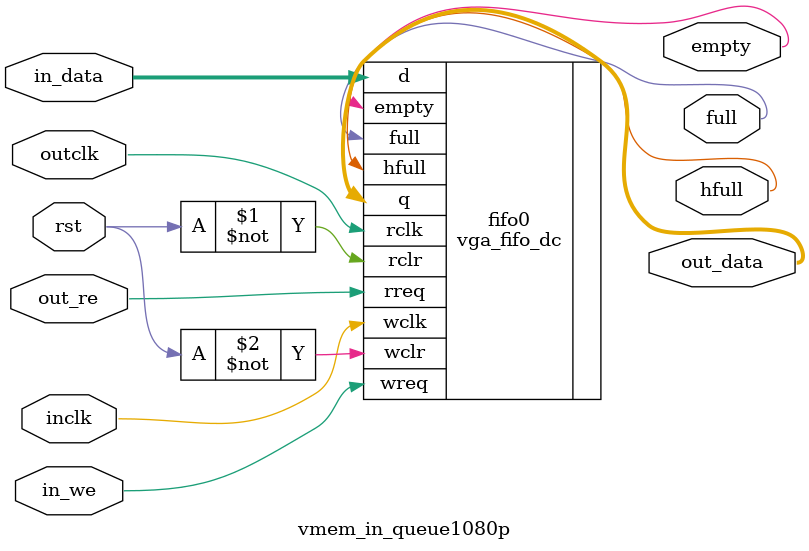
<source format=v>
module vga1080p   (input  clk,      // system clock (100-150mhz)
                   input 	     rst,
                   input [1:0] 	     bufid,
                
                   input 	     clk_vga, // vga pixel clock (148.50MHz)
                
                   output reg [27:0] vbuf_address,
                   output reg [7:0]  vbuf_burstcount,
                   input 	     vbuf_waitrequest,
                   input [127:0]     vbuf_readdata,
                   input 	     vbuf_readdatavalid,
                   output reg 	     vbuf_read,

                   output 	     scan,

                   output [7:0]      LED,
              
              // VGA pins
                   output 	     hsync,
                   output 	     vsync,
                   output 	     dataenable,
                   output [23:0]     rgb // 8bit colour RGB
                );

   // vbuf memory port is 128 bit wide, with an up to 64x burst
   wire [27:0]                vbuf_start;
   assign vbuf_start = {6'b10, bufid, 19'h0};
   
   wire [27:0]                vbuf_address_next;
   reg [27:0]                 vbuf_offset;
   parameter BURST = 16;
   parameter VMEM_END = ((1920 * 1080 * 3) / 16) - BURST; // 128bit-aligned

   reg [27:0] 		      vbuf_readoffset;
   
   
   
   assign vbuf_address_next = vbuf_start + vbuf_offset;
   // vbuf bus is Avalon, so reading sequence is following:
   // 1. Set vbuf_address to a start of a burst, set burstcount and
   //    vbuf_read.
   // 2. Wait for vbuf_waitrequest to be deasserted, then release vbuf_read.
   // 3. Wait for burstcount number of vbuf_readdatavalid, every time
   //    reading 128 bits from the bus and pushing them into the queue.
   //
   // We can only initiate the read when there is enough space in the queue (is half empty any good?)
   //
   // On the other side of the queue we're reading 128bit as soon as they're
   // available AND there are 128bit empty at the end of the shift register.
   // Shift register moves left by 3 bytes each pixel clock cycle, so we need
   // to alternate, reading into bytes 15-0, then after the read counter is > 15,
   // read 17-2, then after the read counter is agaoun > 15, read 16-1,
   // and then again after the read counter is > 15 return to 15-0.

   // ... must start this cycle with 16-1.
   //
   // Every time we shift by 3 bytes, the left read counter is increased by 3 and
   // the right read counter is increased by 3.
   //
   // A useful observation - queue read events happen every 6-7 pixel clock cycles.

   wire [127:0]               inqueue_data;
   reg                        inqueue_re;
   wire                       inqueue_empty;
   wire                       inqueue_full;
   wire                       inqueue_hfull;

   vmem_in_queue1080p q1 (.inclk(clk),
                     .rst(rst),
                     .in_data({vbuf_readdata[63:0],vbuf_readdata[127:64]}),
                     .in_we(vbuf_readdatavalid),
		     
                     .outclk(clk_vga),
                     .out_data(inqueue_data),
                     .out_re(inqueue_re),

                     .empty(inqueue_empty),
                     .hfull(inqueue_hfull),
                     .full(inqueue_full)
                     );

   wire                       can_start_reading;

   assign can_start_reading = ~inqueue_hfull;
   reg [2:0]                  read_st;

   reg [7:0] 		      burstctr;
   
   
   always @(posedge clk)
     if (~rst) begin
        read_st <= 0;
        
        vbuf_offset <= 0;
        vbuf_read <= 0;
	vbuf_burstcount <= 0;
	vbuf_address <= 0;

	burstctr <= 0;
	
     end else begin
        vbuf_address <= vbuf_address_next;
        case (read_st)
          0: if (can_start_reading) begin
             vbuf_burstcount <= BURST; // let's see if we can always read in bursts
             // of this length. There are exactly 48600 bursts of 8 in total
             // for reading one 1920x1080x24b frame buffer.
             vbuf_read <= 1;
             read_st <= 1;
          end
          1: if (~vbuf_waitrequest) begin
             // Avalon request acknowledged, deassert vbuf_read
             vbuf_read <= 0;
             read_st <= 2;
	     burstctr <= 0;
	     
             if (vbuf_offset >= VMEM_END - 1)
               vbuf_offset <= 0;
             else
               vbuf_offset <= vbuf_offset + BURST;
          end
	  2: if (vbuf_readdatavalid) begin // do not start the next transaction until the data is starting to come
	     if (burstctr >= (BURST/2+1)) 
	       read_st <= 0;
	     else
	       burstctr <= burstctr + 1;
	  end
        endcase
     end // else: !if(~rst)



   // Now, the weird shift register on the other side of the queue
   reg [255:0] 		      shiftreg3;
   reg [1:0]   s3_cyc;
   reg [7:0]   s3_counter;
   reg [143:0] shiftreg3_tmp;
   
   wire         s3_shifting;
   wire [143:0] shiftreg3_in_next;
   wire [143:0] shiftreg3_in_next0;
   wire [143:0] shiftreg3_in_next2;
   wire [143:0] shiftreg3_in_next1;
   wire [143:0] shiftreg3_in_next_shift;

   assign shiftreg3_in_next = (s3_cyc==0)?shiftreg3_in_next0:
                              (s3_cyc==2)?shiftreg3_in_next2:
                              shiftreg3_in_next1;
 
   
   assign shiftreg3_in_next0 =
                              {shiftreg3[119:104], inqueue_data[127:0]};
   assign shiftreg3_in_next2 =
                              {inqueue_data[127:0], 16'b0};
   assign shiftreg3_in_next1 =
                              {shiftreg3[119:112], inqueue_data[127:0], 8'b0};

   assign shiftreg3_in_next_shift = {shiftreg3[119:0], 24'b0};

   wire [23:0]  rgb_out;
   reg          s3_init;
   reg          s3_first;
   reg          s3_tmp;
   reg       ready, ready0,ready1;
   reg [23:0] shifttemp0;
   
   always @(posedge clk_vga) begin
      if (~rst) begin
         shiftreg3 <= 0;
         s3_cyc <= 1;
         s3_counter <= 0;
         inqueue_re <= 0;
         s3_tmp <= 0;
         s3_init <= 0;
         s3_first <= 1;
         ready <= 0;
	 ready0 <= 0;
	 ready1 <= 0;
	 
         shifttemp0 <= 0;
         
      end else begin
	 if (ready0) begin
	    ready0 <= 0;
	    
	    ready1 <= 1;
	    
	 end
	 if (ready1) begin
	    ready1 <= 0;

	    ready <= 1;
	    
	 end
	 
         if (s3_first) begin
            if (~inqueue_empty) begin
               s3_first <= 0;
               s3_init <= 1;
	       inqueue_re <= 1;
            end
         end
            
         if (!s3_shifting & inqueue_re) begin // data arrived when we're not shifting (not in a visible area)
            inqueue_re <= 0;
            shiftreg3_tmp <= shiftreg3_in_next;
            s3_tmp <= 1;
         end
	 
	 if (s3_shifting) begin // if (inqueue_re)
            
            shiftreg3[255:144] <= shiftreg3[231:120];
            if (s3_tmp) begin
               // Read from the queue previously but did not shift,
               // so moving it into the register now
               shiftreg3[143:0] <= shiftreg3_tmp;
               s3_tmp <= 0;
            end else begin
	       if (inqueue_re) begin
		  inqueue_re <= 0;
		  shiftreg3[143:0] <= shiftreg3_in_next;
		  if (s3_init) begin
		     s3_cyc <= 1;
		     s3_counter <= 1;
		  end
	       end else begin
		  shiftreg3[143:0] <= shiftreg3_in_next_shift;
	       end
	    end
            
            // Rotate the shift read offset
            if (s3_counter > 9) begin
               inqueue_re <= 1;

	       if (s3_init) begin
		   s3_init <= 0;
		  ready0 <= 1;
	       end
	       
               shifttemp0 <= shifttemp0 + 1;
               if (s3_cyc==1) begin
                  s3_cyc <= 0;
		  s3_counter <= 0;
	       end else if (s3_cyc==0) begin
                  s3_cyc <= 2;
		  s3_counter <= 2;
	       end else if (s3_cyc==2) begin
                  s3_cyc <= 1;
		  s3_counter <= 1;
	       end
            end // if (s3_counter > 12)
	    else if (~inqueue_re) begin
               s3_counter <= s3_counter + 3;
	    end else if (inqueue_re) s3_counter <= s3_cyc;
	    
         end // if (s3_shifting)
      end // else: !if(~rst)
   end // always @ (posedge clk_vga)
   
   assign rgb_out = (s3_shifting?shiftreg3[128+24:128]:24'h0);
   wire      visible;

   /*
Active Pixels       1920
Front Porch           88
Sync Width            44
Back Porch           148
Blanking Total       280
Total Pixels        2200
Sync Polarity        pos

Vertical Timings
Active Lines        1080
Front Porch            4
Sync Width             5
Back Porch            36
Blanking Total        45
Total Lines         1125
Sync Polarity        pos
    */

   wire      hdmi_clk;
   
   assign hdmi_clk = clk_vga;

   reg [11:0] h_total = 12'd2199, h_sync = 12'd43, h_start = 12'd189, h_end = 12'd2109; 
   reg [11:0] v_total = 12'd1124, v_sync = 12'd4, v_start = 12'd40, v_end = 12'd1120; 
   reg [11:0] right = 12'd1920, bottom = 12'd1080; 
   
   reg        pre_vga_de =	1'b0;
   
   reg        v_act = 1'b0;
   reg        v_act_d = 1'b0;
   reg [11:0] v_count = 12'b0;
   
   reg        h_act = 1'b0;
   reg        h_act_d = 1'b0;
   reg [11:0] h_count = 12'b0;
   
   wire       h_max, hs_end, hr_start, hr_end;
   wire       v_max, vs_end, vr_start, vr_end;
   
   assign h_max = h_count == h_total;
   assign hs_end = h_count >= h_sync;
   assign hr_start = h_count == h_start; 
   assign hr_end = h_count == h_end;
   assign v_max = v_count == v_total;
   assign vs_end = v_count >= v_sync;
   assign vr_start = v_count == v_start; 
   assign vr_end = v_count == v_end;
   assign next_frame = h_max && v_max;
   
   
   reg        vga_hs;
   reg        vga_vs;
   reg [24:0] rgb_r;
   reg        vga_de;
   assign hsync = vga_hs;
   assign vsync = vga_vs;
   assign dataenable = vga_de;
   assign rgb =  rgb_r;
   wire       reset_n;
   assign reset_n = rst;
   
   
   always @ (posedge hdmi_clk)
     if (!reset_n)
       begin
	  h_act		<=	1'b0;
	  h_act_d	<=	1'b0;
	  h_count	<=	12'b0;
	  vga_hs	<=	1'b1;
       end
     else
       if (ready) begin
	  h_act_d	<=	h_act;
	  
	  if (h_max)
	    h_count	<=	12'b0;
	  else
	    h_count	<=	h_count + 12'b1;
          
	  if (hs_end && !h_max)
	    vga_hs	<=	1'b1;
	  else
	    vga_hs	<=	1'b0;
          
	  if (hr_start)
	    h_act <=	1'b1;
	  else if (hr_end)
	    h_act <=	1'b0;
       end
   
   always@(posedge hdmi_clk)
     if(!reset_n)
       begin
	  v_act			<= 1'b0;
	  v_act_d		<=	1'b0;
	  v_count		<=	12'b0;
	  vga_vs		<=	1'b1;
       end
     else
       if (ready) begin		
	  if (h_max)
	    begin		 
	       v_act_d	  <=	v_act;		
	       
	       if (v_max)
		 v_count	<=	12'b0;
	       else
		 v_count	<=	v_count + 12'b1;
	       
	       if (vs_end && !v_max)
		 vga_vs	<=	1'b1;
	       else
		 vga_vs	<=	1'b0;
	       
	       if (vr_start)
		 v_act <=	1'b1;
	       else if (vr_end)
		 v_act <=	1'b0;
	    end
       end
   
   assign visible = h_act && v_act;
   assign s3_shifting = ((ready0|ready1|ready)&visible) | s3_init;
   
   always@(posedge hdmi_clk)
     if(!reset_n)
       begin
          rgb_r <= 0;
	  vga_de  <= 1'b0;
	  pre_vga_de <=	1'b0;	
       end
     else if(ready) begin
	vga_de		<=	pre_vga_de;
	pre_vga_de	<=	v_act && h_act;
	rgb_r <= (h_count[4:0] == 5'b10000 || v_count[4:0]==5'b10000)?24'hffffff:rgb_out;
     end
   
endmodule


module vmem_in_queue1080p(input rst,
		     
		     input          inclk,
		     input [127:0]  in_data,
		     input          in_we,

		     output         full,
                     output         hfull,

		     input          outclk,
		     output [127:0] out_data,
		     output         empty,
		     input          out_re);


   vga_fifo_dc#(.AWIDTH(7),.DWIDTH(128)) 
   fifo0(.rclk (outclk),
         .wclk (inclk),
         .rclr (~rst),
         .wclr (~rst),
         .wreq (in_we),
         .d (in_data),
         .rreq (out_re),
         .q (out_data),
         .empty (empty),
         .full (full),
         .hfull (hfull));
   
endmodule

</source>
